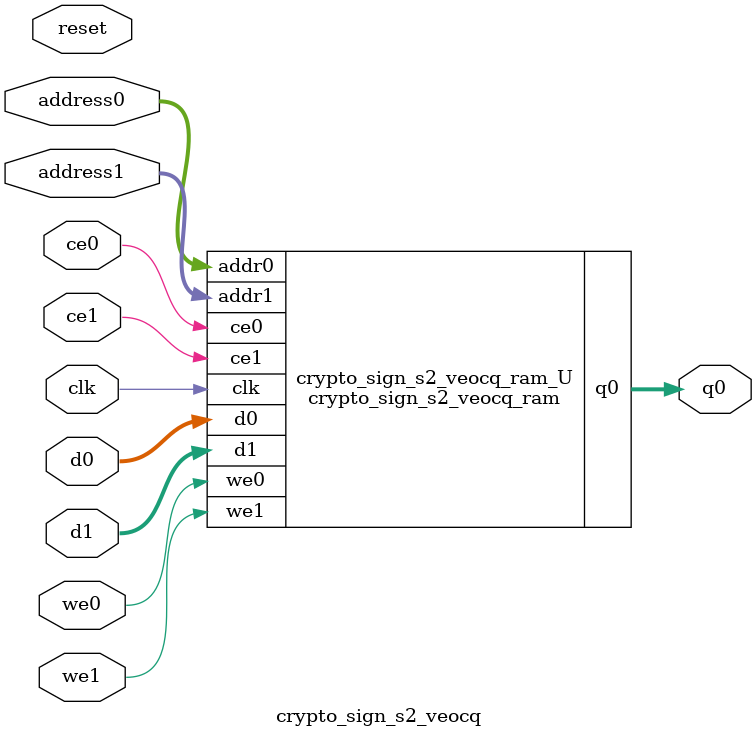
<source format=v>

`timescale 1 ns / 1 ps
module crypto_sign_s2_veocq_ram (addr0, ce0, d0, we0, q0, addr1, ce1, d1, we1,  clk);

parameter DWIDTH = 32;
parameter AWIDTH = 11;
parameter MEM_SIZE = 1280;

input[AWIDTH-1:0] addr0;
input ce0;
input[DWIDTH-1:0] d0;
input we0;
output reg[DWIDTH-1:0] q0;
input[AWIDTH-1:0] addr1;
input ce1;
input[DWIDTH-1:0] d1;
input we1;
input clk;

(* ram_style = "block" *)reg [DWIDTH-1:0] ram[0:MEM_SIZE-1];




always @(posedge clk)  
begin 
    if (ce0) 
    begin
        if (we0) 
        begin 
            ram[addr0] <= d0; 
            q0 <= d0;
        end 
        else 
            q0 <= ram[addr0];
    end
end


always @(posedge clk)  
begin 
    if (ce1) 
    begin
        if (we1) 
        begin 
            ram[addr1] <= d1; 
        end 
    end
end


endmodule


`timescale 1 ns / 1 ps
module crypto_sign_s2_veocq(
    reset,
    clk,
    address0,
    ce0,
    we0,
    d0,
    q0,
    address1,
    ce1,
    we1,
    d1);

parameter DataWidth = 32'd32;
parameter AddressRange = 32'd1280;
parameter AddressWidth = 32'd11;
input reset;
input clk;
input[AddressWidth - 1:0] address0;
input ce0;
input we0;
input[DataWidth - 1:0] d0;
output[DataWidth - 1:0] q0;
input[AddressWidth - 1:0] address1;
input ce1;
input we1;
input[DataWidth - 1:0] d1;



crypto_sign_s2_veocq_ram crypto_sign_s2_veocq_ram_U(
    .clk( clk ),
    .addr0( address0 ),
    .ce0( ce0 ),
    .we0( we0 ),
    .d0( d0 ),
    .q0( q0 ),
    .addr1( address1 ),
    .ce1( ce1 ),
    .we1( we1 ),
    .d1( d1 ));

endmodule


</source>
